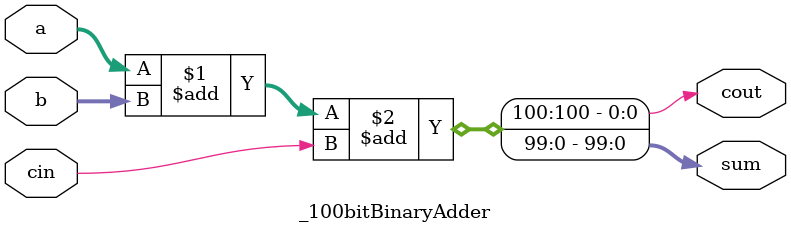
<source format=v>


module _100bitBinaryAdder
(
  input [99:0] a,
  input [99:0] b,
  input cin,
  output cout,
  output [99:0] sum
);

  assign { cout, sum } = a + b + cin;

endmodule


</source>
